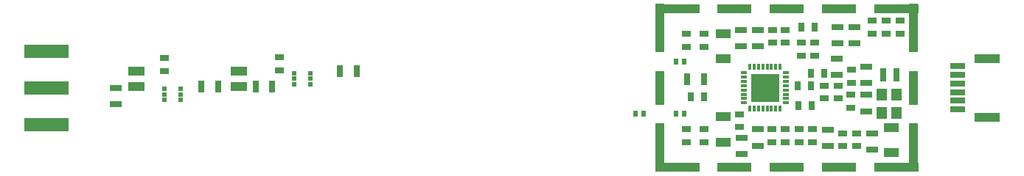
<source format=gbr>
%TF.GenerationSoftware,KiCad,Pcbnew,(5.1.6)-1*%
%TF.CreationDate,2022-03-29T15:59:44+02:00*%
%TF.ProjectId,MW_generator,4d575f67-656e-4657-9261-746f722e6b69,rev?*%
%TF.SameCoordinates,Original*%
%TF.FileFunction,Soldermask,Top*%
%TF.FilePolarity,Negative*%
%FSLAX46Y46*%
G04 Gerber Fmt 4.6, Leading zero omitted, Abs format (unit mm)*
G04 Created by KiCad (PCBNEW (5.1.6)-1) date 2022-03-29 15:59:44*
%MOMM*%
%LPD*%
G01*
G04 APERTURE LIST*
%ADD10R,0.600000X0.700000*%
%ADD11R,1.000000X0.700000*%
%ADD12R,2.900000X1.100000*%
%ADD13R,1.800000X0.700000*%
%ADD14R,1.200000X1.400000*%
%ADD15R,0.800000X1.400000*%
%ADD16R,0.700000X1.000000*%
%ADD17R,3.900000X1.100000*%
%ADD18R,5.100000X1.100000*%
%ADD19R,1.100000X3.900000*%
%ADD20R,1.100000X5.650000*%
%ADD21R,0.500000X0.500000*%
%ADD22R,1.880000X1.120000*%
%ADD23R,1.400000X0.800000*%
%ADD24R,0.700000X0.400000*%
%ADD25R,0.400000X0.700000*%
%ADD26R,3.200000X3.200000*%
%ADD27R,1.700000X1.000000*%
%ADD28R,0.800000X1.550000*%
%ADD29R,5.100000X1.624000*%
G04 APERTURE END LIST*
D10*
%TO.C,R11*%
X170100000Y-113000000D03*
X171100000Y-113000000D03*
%TD*%
%TO.C,L5*%
X174750000Y-113000000D03*
X175750000Y-113000000D03*
%TD*%
%TO.C,L4*%
X174750000Y-107000000D03*
X175750000Y-107000000D03*
%TD*%
D11*
%TO.C,L2*%
X178000000Y-105250000D03*
X178000000Y-103750000D03*
%TD*%
%TO.C,L3*%
X178000000Y-116250000D03*
X178000000Y-114750000D03*
%TD*%
D12*
%TO.C,J1*%
X210500000Y-106600000D03*
X210500000Y-113400000D03*
D13*
X207150000Y-112500000D03*
X207150000Y-111500000D03*
X207150000Y-110500000D03*
X207150000Y-109500000D03*
X207150000Y-108500000D03*
X207150000Y-107500000D03*
%TD*%
D14*
%TO.C,X1*%
X200075000Y-110800000D03*
X200075000Y-112900000D03*
X198425000Y-112900000D03*
X198425000Y-110800000D03*
%TD*%
D15*
%TO.C,C24*%
X178000000Y-109000000D03*
X176100000Y-109000000D03*
%TD*%
D16*
%TO.C,C23*%
X178000000Y-111000000D03*
X176500000Y-111000000D03*
%TD*%
D17*
%TO.C,J3*%
X193500000Y-119150000D03*
X181500000Y-119150000D03*
X193500000Y-100850000D03*
X181500000Y-100850000D03*
D18*
X200080000Y-100850000D03*
X200080000Y-119150000D03*
X174920000Y-119150000D03*
X174920000Y-100850000D03*
D17*
X187500000Y-100850000D03*
X187500000Y-119150000D03*
D19*
X202080000Y-110000000D03*
D20*
X202080000Y-116875000D03*
X202080000Y-103125000D03*
X172920000Y-116875000D03*
D19*
X172920000Y-110000000D03*
D20*
X172920000Y-103125000D03*
%TD*%
D11*
%TO.C,C32*%
X129200000Y-108000000D03*
X129200000Y-106500000D03*
%TD*%
%TO.C,C29*%
X116050000Y-108050000D03*
X116050000Y-106550000D03*
%TD*%
%TO.C,C27*%
X182050000Y-113050000D03*
X182050000Y-114550000D03*
%TD*%
%TO.C,C25*%
X176000000Y-116250000D03*
X176000000Y-114750000D03*
%TD*%
%TO.C,C22*%
X176000000Y-103750000D03*
X176000000Y-105250000D03*
%TD*%
%TO.C,C21*%
X187350000Y-103300000D03*
X187350000Y-104800000D03*
%TD*%
%TO.C,C19*%
X185850000Y-103300000D03*
X185850000Y-104800000D03*
%TD*%
%TO.C,C16*%
X187350000Y-116300000D03*
X187350000Y-114800000D03*
%TD*%
D16*
%TO.C,C14*%
X190275000Y-108350000D03*
X191775000Y-108350000D03*
%TD*%
D11*
%TO.C,C13*%
X194900000Y-107950000D03*
X194900000Y-109450000D03*
%TD*%
D16*
%TO.C,C10*%
X190250000Y-109750000D03*
X188750000Y-109750000D03*
%TD*%
D11*
%TO.C,C9*%
X193950000Y-116750000D03*
X193950000Y-115250000D03*
%TD*%
%TO.C,C6*%
X193400000Y-111250000D03*
X193400000Y-109750000D03*
%TD*%
%TO.C,C5*%
X195550000Y-116750000D03*
X195550000Y-115250000D03*
%TD*%
%TO.C,C3*%
X194875000Y-112300000D03*
X194875000Y-110800000D03*
%TD*%
%TO.C,C2*%
X185800000Y-116300000D03*
X185800000Y-114800000D03*
%TD*%
D21*
%TO.C,U3*%
X117875000Y-110100000D03*
X117875000Y-110750000D03*
X117875000Y-111400000D03*
X116025000Y-111400000D03*
X116025000Y-110750000D03*
X116025000Y-110100000D03*
%TD*%
%TO.C,U2*%
X132775000Y-108300000D03*
X132775000Y-108950000D03*
X132775000Y-109600000D03*
X130925000Y-109600000D03*
X130925000Y-108950000D03*
X130925000Y-108300000D03*
%TD*%
D22*
%TO.C,L6*%
X124550000Y-108050000D03*
X124550000Y-109850000D03*
%TD*%
%TO.C,L7*%
X112800000Y-108050000D03*
X112800000Y-109850000D03*
%TD*%
D23*
%TO.C,C33*%
X110400000Y-111900000D03*
X110400000Y-110000000D03*
%TD*%
D15*
%TO.C,C31*%
X122200000Y-109850000D03*
X120300000Y-109850000D03*
%TD*%
%TO.C,C30*%
X128400000Y-109850000D03*
X126500000Y-109850000D03*
%TD*%
%TO.C,C28*%
X138100000Y-108050000D03*
X136200000Y-108050000D03*
%TD*%
D24*
%TO.C,U1*%
X187400000Y-108250000D03*
X187400000Y-108750000D03*
X187400000Y-109250000D03*
X187400000Y-109750000D03*
X187400000Y-110250000D03*
X187400000Y-110750000D03*
X187400000Y-111250000D03*
X187400000Y-111750000D03*
D25*
X186750000Y-112400000D03*
X186250000Y-112400000D03*
X185750000Y-112400000D03*
X185250000Y-112400000D03*
X184750000Y-112400000D03*
X184250000Y-112400000D03*
X183750000Y-112400000D03*
X183250000Y-112400000D03*
D24*
X182600000Y-111750000D03*
X182600000Y-111250000D03*
X182600000Y-110750000D03*
X182600000Y-110250000D03*
X182600000Y-109750000D03*
X182600000Y-109250000D03*
X182600000Y-108750000D03*
X182600000Y-108250000D03*
D25*
X183250000Y-107600000D03*
X183750000Y-107600000D03*
X184250000Y-107600000D03*
X184750000Y-107600000D03*
X185250000Y-107600000D03*
X185750000Y-107600000D03*
X186250000Y-107600000D03*
X186750000Y-107600000D03*
D26*
X185000000Y-110000000D03*
%TD*%
D11*
%TO.C,R14*%
X197300000Y-102250000D03*
X197300000Y-103750000D03*
%TD*%
%TO.C,R13*%
X200500000Y-102250000D03*
X200500000Y-103750000D03*
%TD*%
%TO.C,R12*%
X198900000Y-102250000D03*
X198900000Y-103750000D03*
%TD*%
D27*
%TO.C,R10*%
X180200000Y-116250000D03*
X180200000Y-113350000D03*
%TD*%
%TO.C,R9*%
X180200000Y-103750000D03*
X180200000Y-106650000D03*
%TD*%
D16*
%TO.C,R8*%
X189200000Y-103000000D03*
X190700000Y-103000000D03*
%TD*%
D11*
%TO.C,R7*%
X190700000Y-106300000D03*
X190700000Y-104800000D03*
%TD*%
%TO.C,R6*%
X188900000Y-114800000D03*
X188900000Y-116300000D03*
%TD*%
%TO.C,R5*%
X190450000Y-116300000D03*
X190450000Y-114800000D03*
%TD*%
%TO.C,R4*%
X189150000Y-104800000D03*
X189150000Y-106300000D03*
%TD*%
%TO.C,R3*%
X191825000Y-111250000D03*
X191825000Y-109750000D03*
%TD*%
D27*
%TO.C,R2*%
X199475000Y-117500000D03*
X199475000Y-114600000D03*
%TD*%
D16*
%TO.C,R1*%
X190375000Y-112025000D03*
X188875000Y-112025000D03*
%TD*%
D28*
%TO.C,L1*%
X198575000Y-108525000D03*
X200075000Y-108525000D03*
%TD*%
D29*
%TO.C,J2*%
X102500000Y-114250000D03*
X102500000Y-105750000D03*
X102500000Y-110000000D03*
%TD*%
D23*
%TO.C,C26*%
X182325000Y-117650000D03*
X182325000Y-115750000D03*
%TD*%
%TO.C,C20*%
X195250000Y-103000000D03*
X195250000Y-104900000D03*
%TD*%
%TO.C,C18*%
X193300000Y-103000000D03*
X193300000Y-104900000D03*
%TD*%
%TO.C,C17*%
X184150000Y-103300000D03*
X184150000Y-105200000D03*
%TD*%
%TO.C,C15*%
X182250000Y-103300000D03*
X182250000Y-105200000D03*
%TD*%
%TO.C,C12*%
X193225000Y-106625000D03*
X193225000Y-108525000D03*
%TD*%
%TO.C,C11*%
X192250000Y-116750000D03*
X192250000Y-114850000D03*
%TD*%
%TO.C,C8*%
X196625000Y-107550000D03*
X196625000Y-109450000D03*
%TD*%
%TO.C,C7*%
X197275000Y-117150000D03*
X197275000Y-115250000D03*
%TD*%
%TO.C,C4*%
X184175000Y-116700000D03*
X184175000Y-114800000D03*
%TD*%
%TO.C,C1*%
X196625000Y-112700000D03*
X196625000Y-110800000D03*
%TD*%
M02*

</source>
